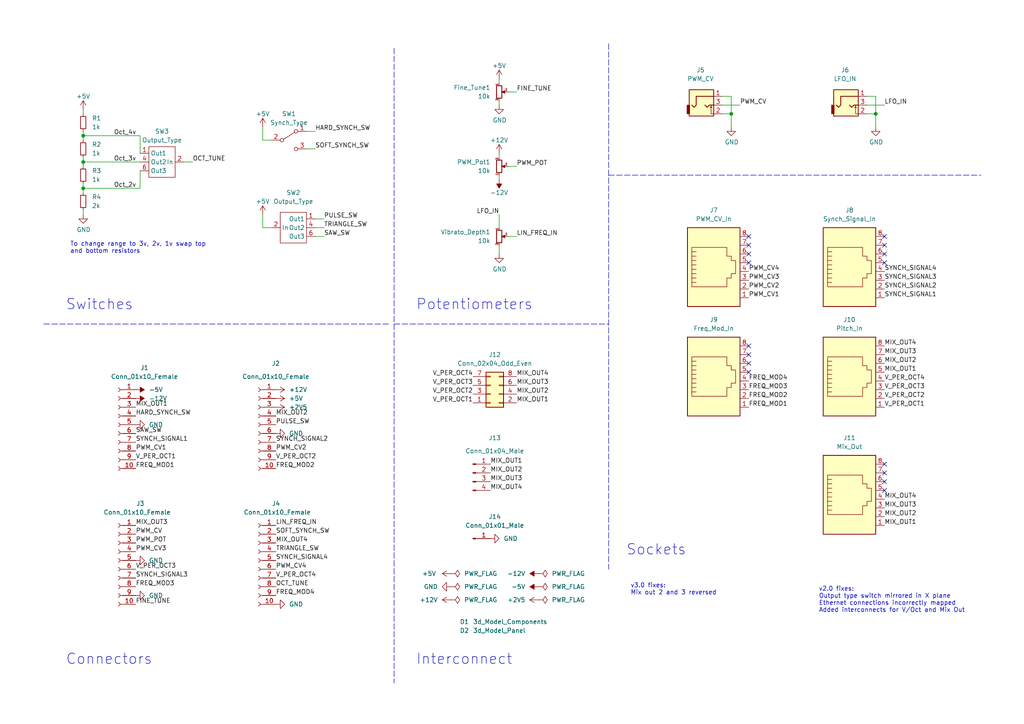
<source format=kicad_sch>
(kicad_sch (version 20211123) (generator eeschema)
  (paper "A4")
  (title_block (title "Quadraphone Controls") (date "2023-03-19") (rev "3.0") (company "Mountjoy Modular"))
  (lib_symbols
    (symbol "Amplifier_Operational:TL071" (pin_names (offset 0.127))
      (property "Reference" "U" (at 0 6.35 0))
      (property "Value" "TL071" (at 0 3.81 0))
      (symbol "TL071_0_1"
        (polyline (pts (xy -5.08 5.08) (xy 5.08 0) (xy -5.08 -5.08) (xy -5.08 5.08)) (stroke (width 0.254)) (fill (type background)))
      )
      (symbol "TL071_1_1"
        (pin input line (at 0 -7.62 90) (length 5.08) (name "NULL") (number "1"))
        (pin input line (at -7.62 -2.54 0) (length 2.54) (name "-") (number "2"))
        (pin input line (at -7.62 2.54 0) (length 2.54) (name "+") (number "3"))
        (pin power_in line (at -2.54 -7.62 90) (length 3.81) (name "V-") (number "4"))
        (pin input line (at 2.54 -7.62 90) (length 6.35) (name "NULL") (number "5"))
        (pin output line (at 7.62 0 180) (length 2.54) (name "~") (number "6"))
        (pin power_in line (at -2.54 7.62 270) (length 3.81) (name "V+") (number "7"))
        (pin no_connect line (at 0 2.54 270) (length 2.54) hide (name "NC") (number "8"))
      )
    )
    (symbol "Connector:Conn_01x01_Male" (pin_names (offset 1.016) hide)
      (property "Reference" "J" (at 0 2.54 0))
      (property "Value" "Conn_01x01_Male" (at 0 -2.54 0))
      (symbol "Conn_01x01_Male_1_1"
        (polyline (pts (xy 1.27 0) (xy 0.8636 0)) (stroke (width 0.1524)))
        (rectangle (start 0.8636 0.127) (end 0 -0.127) (stroke (width 0.1524)) (fill (type outline)))
        (pin passive line (at 5.08 0 180) (length 3.81) (name "Pin_1") (number "1"))
      )
    )
    (symbol "Connector:Conn_01x04_Male" (pin_names (offset 1.016) hide)
      (property "Reference" "J" (at 0 5.08 0))
      (property "Value" "Conn_01x04_Male" (at 0 -7.62 0))
      (symbol "Conn_01x04_Male_1_1"
        (polyline (pts (xy 1.27 -5.08) (xy 0.8636 -5.08)) (stroke (width 0.1524)))
        (polyline (pts (xy 1.27 -2.54) (xy 0.8636 -2.54)) (stroke (width 0.1524)))
        (polyline (pts (xy 1.27 0) (xy 0.8636 0)) (stroke (width 0.1524)))
        (polyline (pts (xy 1.27 2.54) (xy 0.8636 2.54)) (stroke (width 0.1524)))
        (rectangle (start 0.8636 -4.953) (end 0 -5.207) (stroke (width 0.1524)) (fill (type outline)))
        (rectangle (start 0.8636 -2.413) (end 0 -2.667) (stroke (width 0.1524)) (fill (type outline)))
        (rectangle (start 0.8636 0.127) (end 0 -0.127) (stroke (width 0.1524)) (fill (type outline)))
        (rectangle (start 0.8636 2.667) (end 0 2.413) (stroke (width 0.1524)) (fill (type outline)))
        (pin passive line (at 5.08 2.54 180) (length 3.81) (name "Pin_1") (number "1"))
        (pin passive line (at 5.08 0 180) (length 3.81) (name "Pin_2") (number "2"))
        (pin passive line (at 5.08 -2.54 180) (length 3.81) (name "Pin_3") (number "3"))
        (pin passive line (at 5.08 -5.08 180) (length 3.81) (name "Pin_4") (number "4"))
      )
    )
    (symbol "Connector:Conn_01x10_Female" (pin_names (offset 1.016) hide)
      (property "Reference" "J" (at 0 12.7 0))
      (property "Value" "Conn_01x10_Female" (at 0 -15.24 0))
      (symbol "Conn_01x10_Female_1_1"
        (arc (start 0 -12.192) (mid -0.508 -12.7) (end 0 -13.208) (stroke (width 0.1524)))
        (arc (start 0 -9.652) (mid -0.508 -10.16) (end 0 -10.668) (stroke (width 0.1524)))
        (arc (start 0 -7.112) (mid -0.508 -7.62) (end 0 -8.128) (stroke (width 0.1524)))
        (arc (start 0 -4.572) (mid -0.508 -5.08) (end 0 -5.588) (stroke (width 0.1524)))
        (arc (start 0 -2.032) (mid -0.508 -2.54) (end 0 -3.048) (stroke (width 0.1524)))
        (polyline (pts (xy -1.27 -12.7) (xy -0.508 -12.7)) (stroke (width 0.1524)))
        (polyline (pts (xy -1.27 -10.16) (xy -0.508 -10.16)) (stroke (width 0.1524)))
        (polyline (pts (xy -1.27 -7.62) (xy -0.508 -7.62)) (stroke (width 0.1524)))
        (polyline (pts (xy -1.27 -5.08) (xy -0.508 -5.08)) (stroke (width 0.1524)))
        (polyline (pts (xy -1.27 -2.54) (xy -0.508 -2.54)) (stroke (width 0.1524)))
        (polyline (pts (xy -1.27 0) (xy -0.508 0)) (stroke (width 0.1524)))
        (polyline (pts (xy -1.27 2.54) (xy -0.508 2.54)) (stroke (width 0.1524)))
        (polyline (pts (xy -1.27 5.08) (xy -0.508 5.08)) (stroke (width 0.1524)))
        (polyline (pts (xy -1.27 7.62) (xy -0.508 7.62)) (stroke (width 0.1524)))
        (polyline (pts (xy -1.27 10.16) (xy -0.508 10.16)) (stroke (width 0.1524)))
        (arc (start 0 0.508) (mid -0.508 0) (end 0 -0.508) (stroke (width 0.1524)))
        (arc (start 0 3.048) (mid -0.508 2.54) (end 0 2.032) (stroke (width 0.1524)))
        (arc (start 0 5.588) (mid -0.508 5.08) (end 0 4.572) (stroke (width 0.1524)))
        (arc (start 0 8.128) (mid -0.508 7.62) (end 0 7.112) (stroke (width 0.1524)))
        (arc (start 0 10.668) (mid -0.508 10.16) (end 0 9.652) (stroke (width 0.1524)))
        (pin passive line (at -5.08 10.16 0) (length 3.81) (name "Pin_1") (number "1"))
        (pin passive line (at -5.08 -12.7 0) (length 3.81) (name "Pin_10") (number "10"))
        (pin passive line (at -5.08 7.62 0) (length 3.81) (name "Pin_2") (number "2"))
        (pin passive line (at -5.08 5.08 0) (length 3.81) (name "Pin_3") (number "3"))
        (pin passive line (at -5.08 2.54 0) (length 3.81) (name "Pin_4") (number "4"))
        (pin passive line (at -5.08 0 0) (length 3.81) (name "Pin_5") (number "5"))
        (pin passive line (at -5.08 -2.54 0) (length 3.81) (name "Pin_6") (number "6"))
        (pin passive line (at -5.08 -5.08 0) (length 3.81) (name "Pin_7") (number "7"))
        (pin passive line (at -5.08 -7.62 0) (length 3.81) (name "Pin_8") (number "8"))
        (pin passive line (at -5.08 -10.16 0) (length 3.81) (name "Pin_9") (number "9"))
      )
    )
    (symbol "Connector:RJ45" (pin_names (offset 1.016))
      (property "Reference" "J" (at -5.08 13.97 0))
      (property "Value" "RJ45" (at 2.54 13.97 0))
      (symbol "RJ45_0_1"
        (polyline (pts (xy -5.08 4.445) (xy -6.35 4.445)))
        (polyline (pts (xy -5.08 5.715) (xy -6.35 5.715)))
        (polyline (pts (xy -6.35 -3.175) (xy -5.08 -3.175) (xy -5.08 -3.175)))
        (polyline (pts (xy -6.35 -1.905) (xy -5.08 -1.905) (xy -5.08 -1.905)))
        (polyline (pts (xy -6.35 -0.635) (xy -5.08 -0.635) (xy -5.08 -0.635)))
        (polyline (pts (xy -6.35 0.635) (xy -5.08 0.635) (xy -5.08 0.635)))
        (polyline (pts (xy -6.35 1.905) (xy -5.08 1.905) (xy -5.08 1.905)))
        (polyline (pts (xy -5.08 3.175) (xy -6.35 3.175) (xy -6.35 3.175)))
        (polyline (pts (xy -6.35 -4.445) (xy -6.35 6.985) (xy 3.81 6.985) (xy 3.81 4.445) (xy 5.08 4.445) (xy 5.08 3.175) (xy 6.35 3.175) (xy 6.35 -0.635) (xy 5.08 -0.635) (xy 5.08 -1.905) (xy 3.81 -1.905) (xy 3.81 -4.445) (xy -6.35 -4.445) (xy -6.35 -4.445)))
        (rectangle (start 7.62 12.7) (end -7.62 -10.16) (stroke (width 0.254)) (fill (type background)))
      )
      (symbol "RJ45_1_1"
        (pin passive line (at 10.16 -7.62 180) (length 2.54) (name "~") (number "1"))
        (pin passive line (at 10.16 -5.08 180) (length 2.54) (name "~") (number "2"))
        (pin passive line (at 10.16 -2.54 180) (length 2.54) (name "~") (number "3"))
        (pin passive line (at 10.16 0 180) (length 2.54) (name "~") (number "4"))
        (pin passive line (at 10.16 2.54 180) (length 2.54) (name "~") (number "5"))
        (pin passive line (at 10.16 5.08 180) (length 2.54) (name "~") (number "6"))
        (pin passive line (at 10.16 7.62 180) (length 2.54) (name "~") (number "7"))
        (pin passive line (at 10.16 10.16 180) (length 2.54) (name "~") (number "8"))
      )
    )
    (symbol "Connector_Generic:Conn_02x04_Odd_Even" (pin_names (offset 1.016) hide)
      (property "Reference" "J" (at 1.27 5.08 0))
      (property "Value" "Conn_02x04_Odd_Even" (at 1.27 -7.62 0))
      (symbol "Conn_02x04_Odd_Even_1_1"
        (rectangle (start -1.27 -4.953) (end 0 -5.207) (stroke (width 0.1524)))
        (rectangle (start -1.27 -2.413) (end 0 -2.667) (stroke (width 0.1524)))
        (rectangle (start -1.27 0.127) (end 0 -0.127) (stroke (width 0.1524)))
        (rectangle (start -1.27 2.667) (end 0 2.413) (stroke (width 0.1524)))
        (rectangle (start -1.27 3.81) (end 3.81 -6.35) (stroke (width 0.254)) (fill (type background)))
        (rectangle (start 3.81 -4.953) (end 2.54 -5.207) (stroke (width 0.1524)))
        (rectangle (start 3.81 -2.413) (end 2.54 -2.667) (stroke (width 0.1524)))
        (rectangle (start 3.81 0.127) (end 2.54 -0.127) (stroke (width 0.1524)))
        (rectangle (start 3.81 2.667) (end 2.54 2.413) (stroke (width 0.1524)))
        (pin passive line (at -5.08 2.54 0) (length 3.81) (name "Pin_1") (number "1"))
        (pin passive line (at 7.62 2.54 180) (length 3.81) (name "Pin_2") (number "2"))
        (pin passive line (at -5.08 0 0) (length 3.81) (name "Pin_3") (number "3"))
        (pin passive line (at 7.62 0 180) (length 3.81) (name "Pin_4") (number "4"))
        (pin passive line (at -5.08 -2.54 0) (length 3.81) (name "Pin_5") (number "5"))
        (pin passive line (at 7.62 -2.54 180) (length 3.81) (name "Pin_6") (number "6"))
        (pin passive line (at -5.08 -5.08 0) (length 3.81) (name "Pin_7") (number "7"))
        (pin passive line (at 7.62 -5.08 180) (length 3.81) (name "Pin_8") (number "8"))
      )
    )
    (symbol "Custom_Audio:DPDT_Switch"
      (property "Reference" "U" (at 0 5.08 0))
      (property "Value" "DPDT_Switch" (at 0 -6.985 0))
      (symbol "DPDT_Switch_0_1"
        (rectangle (start -3.81 3.175) (end 3.81 -5.715))
      )
      (symbol "DPDT_Switch_1_1"
        (pin passive line (at 6.35 1.27 180) (length 2.54) (name "Out1") (number "1"))
        (pin passive line (at -6.35 -1.27 0) (length 2.54) (name "In") (number "2"))
        (pin passive line (at -6.35 -3.81 0) (length 2.54) hide (name "Pin3") (number "3"))
        (pin passive line (at 6.35 -1.27 180) (length 2.54) (name "Out2") (number "4"))
        (pin passive line (at -6.35 -3.81 0) (length 2.54) hide (name "Pin5") (number "5"))
        (pin passive line (at 6.35 -3.81 180) (length 2.54) (name "Out3") (number "6"))
      )
    )
    (symbol "Device:R_Potentiometer_Small" (pin_names (offset 1.016) hide)
      (property "Reference" "RV" (at -4.445 0 90))
      (property "Value" "R_Potentiometer_Small" (at -2.54 0 90))
      (symbol "R_Potentiometer_Small_0_1"
        (polyline (pts (xy 0.889 0) (xy 0.635 0) (xy 1.651 0.381) (xy 1.651 -0.381) (xy 0.635 0) (xy 0.889 0)) (fill (type outline)))
        (rectangle (start 0.762 1.8034) (end -0.762 -1.8034) (stroke (width 0.254)))
      )
      (symbol "R_Potentiometer_Small_1_1"
        (pin passive line (at 0 2.54 270) (length 0.635) (name "1") (number "1"))
        (pin passive line (at 2.54 0 180) (length 0.9906) (name "2") (number "2"))
        (pin passive line (at 0 -2.54 90) (length 0.635) (name "3") (number "3"))
      )
    )
    (symbol "Device:R_Small" (pin_numbers hide) (pin_names (offset 0.254) hide)
      (property "Reference" "R" (at 0.762 0.508 0))
      (property "Value" "R_Small" (at 0.762 -1.016 0))
      (symbol "R_Small_0_1"
        (rectangle (start -0.762 1.778) (end 0.762 -1.778) (stroke (width 0.2032)))
      )
      (symbol "R_Small_1_1"
        (pin passive line (at 0 2.54 270) (length 0.762) (name "~") (number "1"))
        (pin passive line (at 0 -2.54 90) (length 0.762) (name "~") (number "2"))
      )
    )
    (symbol "Mountjoy:3d_Model_Dummy"
      (property "Reference" "D" (at 0 0 0))
      (property "Value" "3d_Model_Dummy" (at 0 0 0))
    )
    (symbol "Switch:SW_SPDT" (pin_names (offset 0) hide)
      (property "Reference" "SW" (at 0 4.318 0))
      (property "Value" "SW_SPDT" (at 0 -5.08 0))
      (symbol "SW_SPDT_0_0"
        (circle (center -2.032 0) (radius 0.508))
        (circle (center 2.032 -2.54) (radius 0.508))
      )
      (symbol "SW_SPDT_0_1"
        (polyline (pts (xy -1.524 0.254) (xy 1.651 2.286)))
        (circle (center 2.032 2.54) (radius 0.508))
      )
      (symbol "SW_SPDT_1_1"
        (pin passive line (at 5.08 2.54 180) (length 2.54) (name "A") (number "1"))
        (pin passive line (at -5.08 0 0) (length 2.54) (name "B") (number "2"))
        (pin passive line (at 5.08 -2.54 180) (length 2.54) (name "C") (number "3"))
      )
    )
    (symbol "power:+12V" (power) (pin_names (offset 0))
      (property "Value" "+12V" (at 0 3.556 0))
      (symbol "+12V_0_1"
        (polyline (pts (xy -0.762 1.27) (xy 0 2.54)))
        (polyline (pts (xy 0 0) (xy 0 2.54)))
        (polyline (pts (xy 0 2.54) (xy 0.762 1.27)))
      )
      (symbol "+12V_1_1"
        (pin power_in line (at 0 0 90) (length 0) hide (name "+12V") (number "1"))
      )
    )
    (symbol "power:+2V5" (power) (pin_names (offset 0))
      (property "Value" "+2V5" (at 0 3.556 0))
      (symbol "+2V5_0_1"
        (polyline (pts (xy -0.762 1.27) (xy 0 2.54)))
        (polyline (pts (xy 0 0) (xy 0 2.54)))
        (polyline (pts (xy 0 2.54) (xy 0.762 1.27)))
      )
      (symbol "+2V5_1_1"
        (pin power_in line (at 0 0 90) (length 0) hide (name "+2V5") (number "1"))
      )
    )
    (symbol "power:+5V" (power) (pin_names (offset 0))
      (property "Value" "+5V" (at 0 3.556 0))
      (symbol "+5V_0_1"
        (polyline (pts (xy -0.762 1.27) (xy 0 2.54)))
        (polyline (pts (xy 0 0) (xy 0 2.54)))
        (polyline (pts (xy 0 2.54) (xy 0.762 1.27)))
      )
      (symbol "+5V_1_1"
        (pin power_in line (at 0 0 90) (length 0) hide (name "+5V") (number "1"))
      )
    )
    (symbol "power:-12V" (power) (pin_names (offset 0))
      (property "Value" "-12V" (at 0 3.81 0))
      (symbol "-12V_0_0"
        (pin power_in line (at 0 0 90) (length 0) hide (name "-12V") (number "1"))
      )
      (symbol "-12V_0_1"
        (polyline (pts (xy 0 0) (xy 0 1.27) (xy 0.762 1.27) (xy 0 2.54) (xy -0.762 1.27) (xy 0 1.27)) (fill (type outline)))
      )
    )
    (symbol "power:-5V" (power) (pin_names (offset 0))
      (property "Value" "-5V" (at 0 3.81 0))
      (symbol "-5V_0_0"
        (pin power_in line (at 0 0 90) (length 0) hide (name "-5V") (number "1"))
      )
      (symbol "-5V_0_1"
        (polyline (pts (xy 0 0) (xy 0 1.27) (xy 0.762 1.27) (xy 0 2.54) (xy -0.762 1.27) (xy 0 1.27)) (fill (type outline)))
      )
    )
    (symbol "power:GND" (power) (pin_names (offset 0))
      (property "Value" "GND" (at 0 -3.81 0))
      (symbol "GND_0_1"
        (polyline (pts (xy 0 0) (xy 0 -1.27) (xy 1.27 -1.27) (xy 0 -2.54) (xy -1.27 -1.27) (xy 0 -1.27)))
      )
      (symbol "GND_1_1"
        (pin power_in line (at 0 0 270) (length 0) hide (name "GND") (number "1"))
      )
    )
    (symbol "power:PWR_FLAG" (power) (pin_numbers hide) (pin_names (offset 0) hide)
      (property "Value" "PWR_FLAG" (at 0 3.81 0))
      (symbol "PWR_FLAG_0_0"
        (pin power_out line (at 0 0 90) (length 0) (name "pwr") (number "1"))
      )
      (symbol "PWR_FLAG_0_1"
        (polyline (pts (xy 0 0) (xy 0 1.27) (xy -1.016 1.905) (xy 0 2.54) (xy 1.016 1.905) (xy 0 1.27)))
      )
    )
    (symbol "thonkiconn:AudioJack2_Ground_Switch" (pin_names (offset 1.016))
      (property "Reference" "J" (at 0 8.89 0))
      (property "Value" "AudioJack2_Ground_Switch" (at 0 6.35 0))
      (symbol "AudioJack2_Ground_Switch_0_1"
        (rectangle (start -4.445 -2.54) (end -5.207 0) (fill (type outline)))
        (polyline (pts (xy 1.778 -0.254) (xy 2.032 -0.762)))
        (polyline (pts (xy 0 0) (xy 0.635 -0.635) (xy 1.27 0) (xy 2.54 0)) (stroke (width 0.254)))
        (polyline (pts (xy 2.54 -2.54) (xy 1.778 -2.54) (xy 1.778 -0.254) (xy 1.524 -0.762)))
        (polyline (pts (xy 2.54 2.54) (xy -2.54 2.54) (xy -2.54 0) (xy -3.175 -0.635) (xy -3.81 0)) (stroke (width 0.254)))
        (rectangle (start 2.54 -3.175) (end -4.572 4.445) (stroke (width 0.254)) (fill (type background)))
      )
      (symbol "AudioJack2_Ground_Switch_1_1"
        (pin passive line (at 5.08 2.54 180) (length 2.54) (name "~") (number "1"))
        (pin passive line (at 5.08 -2.54 180) (length 2.54) (name "~") (number "2"))
        (pin passive line (at 5.08 0 180) (length 2.54) (name "~") (number "3"))
      )
    )
  )
  (junction (at 24.13 46.99))
  (junction (at -36.83 90.17))
  (junction (at -76.2 87.63))
  (junction (at 212.09 33.02))
  (junction (at 24.13 54.61))
  (junction (at 24.13 39.37))
  (junction (at -76.2 96.52))
  (junction (at 254 33.02))
  (no_connect (at 217.17 100.33))
  (no_connect (at 217.17 68.58))
  (no_connect (at 217.17 76.2))
  (no_connect (at 256.54 73.66))
  (no_connect (at 256.54 139.7))
  (no_connect (at 256.54 134.62))
  (no_connect (at 217.17 105.41))
  (no_connect (at 256.54 71.12))
  (no_connect (at 217.17 102.87))
  (no_connect (at -45.72 97.79))
  (no_connect (at 256.54 137.16))
  (no_connect (at 217.17 107.95))
  (no_connect (at -43.18 97.79))
  (no_connect (at 256.54 76.2))
  (no_connect (at 217.17 71.12))
  (no_connect (at 256.54 142.24))
  (no_connect (at 256.54 68.58))
  (no_connect (at 217.17 73.66))
  (wire (pts (xy 76.2 36.83) (xy 76.2 40.64)))
  (wire (pts (xy -53.34 92.71) (xy -55.88 92.71)))
  (wire (pts (xy 24.13 53.34) (xy 24.13 54.61)))
  (wire (pts (xy 209.55 33.02) (xy 212.09 33.02)))
  (wire (pts (xy -80.01 87.63) (xy -76.2 87.63)))
  (wire (pts (xy 144.78 44.45) (xy 144.78 45.72)))
  (wire (pts (xy 76.2 66.04) (xy 78.74 66.04)))
  (wire (pts (xy 24.13 39.37) (xy 24.13 40.64)))
  (wire (pts (xy 24.13 38.1) (xy 24.13 39.37)))
  (wire (pts (xy -76.2 87.63) (xy -76.2 90.17)))
  (wire (pts (xy 209.55 27.94) (xy 212.09 27.94)))
  (wire (pts (xy 212.09 33.02) (xy 212.09 36.83)))
  (wire (pts (xy -36.83 90.17) (xy -36.83 104.14)))
  (wire (pts (xy 40.64 49.53) (xy 40.64 54.61)))
  (wire (pts (xy 24.13 46.99) (xy 40.64 46.99)))
  (wire (pts (xy 147.32 26.67) (xy 149.86 26.67)))
  (wire (pts (xy 91.44 66.04) (xy 93.98 66.04)))
  (polyline (pts (xy 114.3 93.98) (xy 176.53 93.98)))
  (wire (pts (xy -76.2 87.63) (xy -68.58 87.63)))
  (wire (pts (xy 144.78 71.12) (xy 144.78 73.66)))
  (wire (pts (xy -55.88 92.71) (xy -55.88 104.14)))
  (wire (pts (xy 24.13 46.99) (xy 24.13 48.26)))
  (wire (pts (xy 88.9 43.18) (xy 91.44 43.18)))
  (wire (pts (xy -36.83 90.17) (xy -31.75 90.17)))
  (wire (pts (xy -82.55 90.17) (xy -82.55 89.535)))
  (wire (pts (xy 76.2 62.23) (xy 76.2 66.04)))
  (wire (pts (xy 251.46 27.94) (xy 254 27.94)))
  (wire (pts (xy 147.32 48.26) (xy 149.86 48.26)))
  (wire (pts (xy 144.78 50.8) (xy 144.78 52.07)))
  (wire (pts (xy 24.13 54.61) (xy 24.13 55.88)))
  (wire (pts (xy 24.13 62.23) (xy 24.13 60.96)))
  (wire (pts (xy 24.13 54.61) (xy 40.64 54.61)))
  (wire (pts (xy -76.2 104.14) (xy -76.2 102.87)))
  (wire (pts (xy 147.32 68.58) (xy 149.86 68.58)))
  (polyline (pts (xy 176.53 50.8) (xy 284.48 50.8)))
  (wire (pts (xy -76.2 96.52) (xy -68.58 96.52)))
  (wire (pts (xy 251.46 33.02) (xy 254 33.02)))
  (wire (pts (xy 88.9 38.1) (xy 91.44 38.1)))
  (wire (pts (xy 209.55 30.48) (xy 214.63 30.48)))
  (wire (pts (xy -76.2 95.25) (xy -76.2 96.52)))
  (wire (pts (xy 24.13 45.72) (xy 24.13 46.99)))
  (wire (pts (xy -55.88 104.14) (xy -36.83 104.14)))
  (wire (pts (xy 212.09 27.94) (xy 212.09 33.02)))
  (wire (pts (xy 254 27.94) (xy 254 33.02)))
  (wire (pts (xy 251.46 30.48) (xy 256.54 30.48)))
  (wire (pts (xy 91.44 68.58) (xy 93.98 68.58)))
  (wire (pts (xy 144.78 62.23) (xy 144.78 66.04)))
  (wire (pts (xy 254 33.02) (xy 254 36.83)))
  (wire (pts (xy 40.64 39.37) (xy 40.64 44.45)))
  (wire (pts (xy 144.78 30.48) (xy 144.78 29.21)))
  (polyline (pts (xy 12.7 93.98) (xy 113.03 93.98)))
  (wire (pts (xy -76.2 96.52) (xy -76.2 97.79)))
  (wire (pts (xy 24.13 31.75) (xy 24.13 33.02)))
  (wire (pts (xy -38.1 90.17) (xy -36.83 90.17)))
  (wire (pts (xy 24.13 39.37) (xy 40.64 39.37)))
  (wire (pts (xy 53.34 46.99) (xy 55.88 46.99)))
  (wire (pts (xy 91.44 63.5) (xy 93.98 63.5)))
  (polyline (pts (xy 176.53 12.7) (xy 176.53 165.1)))
  (wire (pts (xy 144.78 22.86) (xy 144.78 24.13)))
  (wire (pts (xy 76.2 40.64) (xy 78.74 40.64)))
  (polyline (pts (xy 114.3 13.97) (xy 114.3 198.12)))
  (text "Connectors" (at 19.05 193.04 0) (effects (font (size 3 3)) (justify left bottom)))
  (text "Potentiometers" (at 120.65 90.17 0) (effects (font (size 3 3)) (justify left bottom)))
  (text "v2.0 fixes:\nOutput type switch mirrored in X plane\nEthernet connections incorrectly mapped\nAdded interconnects for V/Oct and Mix Out" (at 237.49 177.8 0) (effects (font (size 1.27 1.27)) (justify left bottom)))
  (text "v3.0 fixes:\nMix out 2 and 3 reversed" (at 182.88 172.72 0) (effects (font (size 1.27 1.27)) (justify left bottom)))
  (text "To change range to 3v, 2v, 1v swap top \nand bottom resistors" (at 20.32 73.66 0) (effects (font (size 1.27 1.27)) (justify left bottom)))
  (text "Sockets" (at 181.61 161.29 0) (effects (font (size 3 3)) (justify left bottom)))
  (text "Switches" (at 19.05 90.17 0) (effects (font (size 3 3)) (justify left bottom)))
  (text "Interconnect" (at 120.65 193.04 0) (effects (font (size 3 3)) (justify left bottom)))
  (label "Oct_4v" (at 33.02 39.37 0))
  (label "V_PER_OCT3" (at 39.37 165.1 0))
  (label "LFO_IN" (at 256.54 30.48 0))
  (label "V_PER_OCT1" (at 39.37 133.35 0))
  (label "Oct_2v" (at 33.02 54.61 0))
  (label "V_PER_OCT4" (at 256.54 110.49 0))
  (label "FREQ_MOD1" (at 39.37 135.89 0))
  (label "MIX_OUT2" (at 80.01 120.65 0))
  (label "V_PER_OCT2" (at 256.54 115.57 0))
  (label "PWM_POT" (at 39.37 157.48 0))
  (label "V_PER_OCT4" (at 137.16 109.22 180))
  (label "MIX_OUT3" (at 256.54 147.32 0))
  (label "MIX_OUT3" (at 256.54 102.87 0))
  (label "V_PER_OCT1" (at 256.54 118.11 0))
  (label "2V" (at -68.58 87.63 0))
  (label "LFO_IN" (at 144.78 62.23 180))
  (label "PWM_CV2" (at 80.01 130.81 0))
  (label "FREQ_MOD3" (at 217.17 113.03 0))
  (label "SYNCH_SIGNAL3" (at 256.54 81.28 0))
  (label "V_PER_OCT4" (at 80.01 167.64 0))
  (label "OCT_TUNE" (at 80.01 170.18 0))
  (label "V_PER_OCT1" (at 137.16 116.84 180))
  (label "FREQ_MOD3" (at 39.37 170.18 0))
  (label "MIX_OUT3" (at 39.37 152.4 0))
  (label "PWM_CV2" (at 217.17 83.82 0))
  (label "PULSE_SW" (at 93.98 63.5 0))
  (label "FREQ_MOD1" (at 217.17 118.11 0))
  (label "TRIANGLE_SW" (at 80.01 160.02 0))
  (label "MIX_OUT4" (at 80.01 157.48 0))
  (label "SYNCH_SIGNAL4" (at 80.01 162.56 0))
  (label "MIX_OUT1" (at 256.54 107.95 0))
  (label "SW_OUT" (at -53.34 87.63 180))
  (label "PWM_CV1" (at 217.17 86.36 0))
  (label "V_PER_OCT2" (at 80.01 133.35 0))
  (label "PWM_CV4" (at 80.01 165.1 0))
  (label "HARD_SYNCH_SW" (at 39.37 120.65 0))
  (label "MIX_OUT2" (at 256.54 149.86 0))
  (label "PWM_CV" (at 214.63 30.48 0))
  (label "V_PER_OCT3" (at 137.16 111.76 180))
  (label "SYNCH_SIGNAL4" (at 256.54 78.74 0))
  (label "MIX_OUT3" (at 142.24 139.7 0))
  (label "MIX_OUT1" (at 149.86 116.84 0))
  (label "MIX_OUT1" (at 39.37 118.11 0))
  (label "MIX_OUT2" (at 149.86 114.3 0))
  (label "FREQ_MOD2" (at 217.17 115.57 0))
  (label "1V" (at -68.58 96.52 0))
  (label "FREQ_MOD4" (at 217.17 110.49 0))
  (label "SOFT_SYNCH_SW" (at 80.01 154.94 0))
  (label "MIX_OUT1" (at 142.24 134.62 0))
  (label "MIX_OUT2" (at 142.24 137.16 0))
  (label "SAW_SW" (at 39.37 125.73 0))
  (label "MIX_OUT4" (at 142.24 142.24 0))
  (label "FINE_TUNE" (at 39.37 175.26 0))
  (label "MIX_OUT4" (at 256.54 100.33 0))
  (label "MIX_OUT3" (at 149.86 111.76 0))
  (label "SYNCH_SIGNAL2" (at 80.01 128.27 0))
  (label "SYNCH_SIGNAL3" (at 39.37 167.64 0))
  (label "MIX_OUT4" (at 256.54 144.78 0))
  (label "PWM_CV" (at 39.37 154.94 0))
  (label "LIN_FREQ_IN" (at 149.86 68.58 0))
  (label "MIX_OUT4" (at 149.86 109.22 0))
  (label "HARD_SYNCH_SW" (at 91.44 38.1 0))
  (label "PWM_CV4" (at 217.17 78.74 0))
  (label "PWM_CV3" (at 39.37 160.02 0))
  (label "PWM_POT" (at 149.86 48.26 0))
  (label "SOFT_SYNCH_SW" (at 91.44 43.18 0))
  (label "SYNCH_SIGNAL2" (at 256.54 83.82 0))
  (label "FINE_TUNE" (at 149.86 26.67 0))
  (label "V_PER_OCT3" (at 256.54 113.03 0))
  (label "V_PER_OCT2" (at 137.16 114.3 180))
  (label "TRIANGLE_SW" (at 93.98 66.04 0))
  (label "MIX_OUT1" (at 256.54 152.4 0))
  (label "PWM_CV3" (at 217.17 81.28 0))
  (label "PWM_CV1" (at 39.37 130.81 0))
  (label "SAW_SW" (at 93.98 68.58 0))
  (label "LIN_FREQ_IN" (at 80.01 152.4 0))
  (label "SYNCH_SIGNAL1" (at 256.54 86.36 0))
  (label "FREQ_MOD4" (at 80.01 172.72 0))
  (label "FREQ_MOD2" (at 80.01 135.89 0))
  (label "PULSE_SW" (at 80.01 123.19 0))
  (label "SYNCH_SIGNAL1" (at 39.37 128.27 0))
  (label "OCT_TUNE" (at -31.75 90.17 0))
  (label "Oct_3v" (at 33.02 46.99 0))
  (label "MIX_OUT2" (at 256.54 105.41 0))
  (label "OCT_TUNE" (at 55.88 46.99 0))
  (symbol (lib_id "thonkiconn:AudioJack2_Ground_Switch") (at 204.47 30.48 0) (unit 1)
    (property "Reference" "J5" (at 203.2 20.32 0))
    (property "Value" "PWM_CV" (at 203.2 22.86 0))
    (property "Footprint" "Custom_Footprints:THONKICONN_hole" (effects hide))
  )
  (symbol (lib_id "Connector:Conn_01x01_Male") (at 137.16 156.21 0) (unit 1)
    (property "Reference" "J14" (at 143.51 149.86 0))
    (property "Value" "Conn_01x01_Male" (at 143.51 152.4 0))
    (property "Footprint" "Connector_PinHeader_2.54mm:PinHeader_1x01_P2.54mm_Vertical" (effects hide))
  )
  (symbol (lib_id "power:+5V") (at 24.13 31.75 0) (unit 1)
    (property "Reference" "#PWR011" (effects hide))
    (property "Value" "+5V" (at 24.13 27.94 0))
  )
  (symbol (lib_id "power:PWR_FLAG") (at 156.21 173.99 270) (unit 1)
    (property "Reference" "#FLG0106" (effects hide))
    (property "Value" "PWR_FLAG" (at 160.02 173.9899 90) (effects (justify left)))
  )
  (symbol (lib_id "Connector:Conn_01x10_Female") (at 34.29 162.56 0) (mirror y) (unit 1)
    (property "Reference" "J3" (at 41.91 146.05 0) (effects (justify left)))
    (property "Value" "Conn_01x10_Female" (at 49.53 148.59 0) (effects (justify left)))
    (property "Footprint" "Connector_PinSocket_2.54mm:PinSocket_1x10_P2.54mm_Vertical" (effects hide))
  )
  (symbol (lib_id "Connector:RJ45") (at 207.01 110.49 0) (unit 1)
    (property "Reference" "J9" (at 207.01 92.71 0))
    (property "Value" "Freq_Mod_In" (at 207.01 95.25 0))
    (property "Footprint" "Custom_Footprints:RJ45_Molex_42878-8506" (effects hide))
  )
  (symbol (lib_id "power:PWR_FLAG") (at 130.81 170.18 270) (unit 1)
    (property "Reference" "#FLG0102" (effects hide))
    (property "Value" "PWR_FLAG" (at 134.62 170.1799 90) (effects (justify left)))
  )
  (symbol (lib_id "Device:R_Potentiometer_Small") (at 144.78 68.58 0) (unit 1)
    (property "Reference" "Vibrato_Depth1" (at 142.24 67.3099 0) (effects (justify right)))
    (property "Value" "10k" (at 142.24 69.8499 0) (effects (justify right)))
    (property "Footprint" "Custom_Footprints:Alpha_9mm_Potentiometer_Aligned" (effects hide))
  )
  (symbol (lib_id "Connector:Conn_01x10_Female") (at 74.93 123.19 0) (mirror y) (unit 1)
    (property "Reference" "J2" (at 80.01 105.41 0))
    (property "Value" "Conn_01x10_Female" (at 80.01 109.22 0))
    (property "Footprint" "Connector_PinSocket_2.54mm:PinSocket_1x10_P2.54mm_Vertical" (effects hide))
  )
  (symbol (lib_id "power:+12V") (at 144.78 44.45 0) (mirror y) (unit 1)
    (property "Reference" "#PWR017" (effects hide))
    (property "Value" "+12V" (at 144.78 40.64 0))
  )
  (symbol (lib_id "power:PWR_FLAG") (at 130.81 166.37 270) (unit 1)
    (property "Reference" "#FLG0103" (effects hide))
    (property "Value" "PWR_FLAG" (at 134.62 166.3699 90) (effects (justify left)))
  )
  (symbol (lib_id "power:GND") (at 144.78 30.48 0) (unit 1)
    (property "Reference" "#PWR010" (effects hide))
    (property "Value" "GND" (at 144.907 34.8742 0))
  )
  (symbol (lib_id "Connector:Conn_01x10_Female") (at 74.93 162.56 0) (mirror y) (unit 1)
    (property "Reference" "J4" (at 81.28 146.05 0) (effects (justify left)))
    (property "Value" "Conn_01x10_Female" (at 90.17 148.59 0) (effects (justify left)))
    (property "Footprint" "Connector_PinSocket_2.54mm:PinSocket_1x10_P2.54mm_Vertical" (effects hide))
  )
  (symbol (lib_id "power:GND") (at 254 36.83 0) (unit 1)
    (property "Reference" "#PWR021" (effects hide))
    (property "Value" "GND" (at 254.127 41.2242 0))
  )
  (symbol (lib_id "power:GND") (at 39.37 162.56 90) (unit 1)
    (property "Reference" "#PWR014" (effects hide))
    (property "Value" "GND" (at 43.18 162.5599 90) (effects (justify right)))
  )
  (symbol (lib_id "power:GND") (at 39.37 172.72 90) (unit 1)
    (property "Reference" "#PWR015" (effects hide))
    (property "Value" "GND" (at 43.18 172.7199 90) (effects (justify right)))
  )
  (symbol (lib_id "power:PWR_FLAG") (at 156.21 170.18 270) (unit 1)
    (property "Reference" "#FLG0105" (effects hide))
    (property "Value" "PWR_FLAG" (at 160.02 170.1799 90) (effects (justify left)))
  )
  (symbol (lib_id "power:GND") (at 39.37 123.19 90) (unit 1)
    (property "Reference" "#PWR06" (effects hide))
    (property "Value" "GND" (at 43.18 123.1899 90) (effects (justify right)))
  )
  (symbol (lib_id "power:-12V") (at -48.26 97.79 180) (unit 1)
    (property "Reference" "#PWR?" (effects hide))
    (property "Value" "-12V" (at -48.26 101.6 0))
  )
  (symbol (lib_id "power:PWR_FLAG") (at 156.21 166.37 270) (unit 1)
    (property "Reference" "#FLG0104" (effects hide))
    (property "Value" "PWR_FLAG" (at 160.02 166.3699 90) (effects (justify left)))
  )
  (symbol (lib_id "Connector:RJ45") (at 246.38 78.74 0) (unit 1)
    (property "Reference" "J8" (at 246.38 60.96 0))
    (property "Value" "Synch_Signal_In" (at 246.38 63.5 0))
    (property "Footprint" "Custom_Footprints:RJ45_Molex_42878-8506" (effects hide))
  )
  (symbol (lib_id "power:+5V") (at 76.2 62.23 0) (unit 1)
    (property "Reference" "#PWR012" (effects hide))
    (property "Value" "+5V" (at 76.2 58.42 0))
  )
  (symbol (lib_id "power:-5V") (at 39.37 113.03 270) (unit 1)
    (property "Reference" "#PWR01" (effects hide))
    (property "Value" "-5V" (at 43.18 113.0299 90) (effects (justify left)))
  )
  (symbol (lib_id "power:GND") (at 24.13 62.23 0) (unit 1)
    (property "Reference" "#PWR013" (effects hide))
    (property "Value" "GND" (at 24.257 66.6242 0))
  )
  (symbol (lib_id "Connector:Conn_01x10_Female") (at 34.29 123.19 0) (mirror y) (unit 1)
    (property "Reference" "J1" (at 41.91 106.68 0))
    (property "Value" "Conn_01x10_Female" (at 41.91 109.22 0))
    (property "Footprint" "Connector_PinSocket_2.54mm:PinSocket_1x10_P2.54mm_Vertical" (effects hide))
  )
  (symbol (lib_id "power:+2V5") (at 156.21 173.99 90) (unit 1)
    (property "Reference" "#PWR0107" (effects hide))
    (property "Value" "+2V5" (at 152.4 173.9899 90) (effects (justify left)))
  )
  (symbol (lib_id "Device:R_Small") (at 24.13 43.18 0) (unit 1)
    (property "Reference" "R2" (at 26.67 41.9099 0) (effects (justify left)))
    (property "Value" "1k" (at 26.67 44.4499 0) (effects (justify left)))
    (property "Footprint" "Resistor_SMD:R_0805_2012Metric" (effects hide))
  )
  (symbol (lib_id "Device:R_Small") (at 24.13 35.56 0) (unit 1)
    (property "Reference" "R1" (at 26.67 34.2899 0) (effects (justify left)))
    (property "Value" "1k" (at 26.67 36.8299 0) (effects (justify left)))
    (property "Footprint" "Resistor_SMD:R_0805_2012Metric" (effects hide))
  )
  (symbol (lib_id "Device:R_Potentiometer_Small") (at 144.78 26.67 0) (unit 1)
    (property "Reference" "Fine_Tune1" (at 142.24 25.3999 0) (effects (justify right)))
    (property "Value" "10k" (at 142.24 27.9399 0) (effects (justify right)))
    (property "Footprint" "Custom_Footprints:Alpha_9mm_Potentiometer_Aligned" (effects hide))
  )
  (symbol (lib_id "Mountjoy:3d_Model_Dummy") (at 142.24 184.15 0) (unit 1)
    (property "Reference" "D2" (at 133.35 182.88 0) (effects (justify left)))
    (property "Value" "3d_Model_Panel" (at 137.16 182.88 0) (effects (justify left)))
    (property "Footprint" "Custom_Footprints:3D_Dummy" (effects hide))
  )
  (symbol (lib_id "Device:R_Potentiometer_Small") (at -82.55 87.63 0) (unit 1)
    (property "Reference" "Fine_Tune?" (at -83.185 86.3599 0) (effects (justify right)))
    (property "Value" "2k" (at -83.185 88.8999 0) (effects (justify right)))
    (property "Footprint" "Custom_Footprints:Alpha_9mm_Potentiometer_Aligned" (effects hide))
  )
  (symbol (lib_id "Device:R_Small") (at -76.2 100.33 0) (unit 1)
    (property "Reference" "R?" (at -73.66 99.0599 0) (effects (justify left)))
    (property "Value" "1k" (at -73.66 101.5999 0) (effects (justify left)))
    (property "Footprint" "Resistor_SMD:R_0805_2012Metric" (effects hide))
  )
  (symbol (lib_id "power:+12V") (at 130.81 173.99 90) (mirror x) (unit 1)
    (property "Reference" "#PWR0104" (effects hide))
    (property "Value" "+12V" (at 127 173.9899 90) (effects (justify left)))
  )
  (symbol (lib_id "power:GND") (at -76.2 104.14 0) (unit 1)
    (property "Reference" "#PWR?" (effects hide))
    (property "Value" "GND" (at -76.073 108.5342 0))
  )
  (symbol (lib_id "power:-12V") (at 144.78 52.07 180) (unit 1)
    (property "Reference" "#PWR018" (effects hide))
    (property "Value" "-12V" (at 144.78 55.88 0))
  )
  (symbol (lib_id "power:GND") (at 144.78 73.66 0) (unit 1)
    (property "Reference" "#PWR019" (effects hide))
    (property "Value" "GND" (at 144.907 78.0542 0))
  )
  (symbol (lib_id "power:GND") (at -82.55 89.535 0) (unit 1)
    (property "Reference" "#PWR?" (effects hide))
    (property "Value" "GND" (at -82.423 93.9292 0))
  )
  (symbol (lib_id "power:GND") (at 80.01 125.73 90) (unit 1)
    (property "Reference" "#PWR09" (effects hide))
    (property "Value" "GND" (at 83.82 125.7299 90) (effects (justify right)))
  )
  (symbol (lib_id "Connector:RJ45") (at 246.38 144.78 0) (unit 1)
    (property "Reference" "J11" (at 246.38 127 0))
    (property "Value" "Mix_Out" (at 246.38 129.54 0))
    (property "Footprint" "Custom_Footprints:RJ45_Molex_42878-8506" (effects hide))
  )
  (symbol (lib_id "Connector:Conn_01x04_Male") (at 137.16 137.16 0) (unit 1)
    (property "Reference" "J13" (at 143.51 127 0))
    (property "Value" "Conn_01x04_Male" (at 143.51 130.81 0))
    (property "Footprint" "Connector_PinHeader_2.54mm:PinHeader_1x04_P2.54mm_Vertical" (effects hide))
  )
  (symbol (lib_id "power:+5V") (at 144.78 22.86 0) (unit 1)
    (property "Reference" "#PWR0101" (effects hide))
    (property "Value" "+5V" (at 144.78 19.05 0))
  )
  (symbol (lib_id "power:-5V") (at 156.21 170.18 90) (unit 1)
    (property "Reference" "#PWR0105" (effects hide))
    (property "Value" "-5V" (at 152.4 170.1801 90) (effects (justify left)))
  )
  (symbol (lib_id "power:GND") (at 80.01 175.26 90) (unit 1)
    (property "Reference" "#PWR016" (effects hide))
    (property "Value" "GND" (at 83.82 175.2599 90) (effects (justify right)))
  )
  (symbol (lib_id "Custom_Audio:DPDT_Switch") (at 85.09 64.77 0) (unit 1)
    (property "Reference" "SW2" (at 85.09 55.88 0))
    (property "Value" "Output_Type" (at 85.09 58.42 0))
    (property "Footprint" "Custom_Footprints:100DP6T1B1M2QE_ON_ON_ON" (effects hide))
  )
  (symbol (lib_id "power:+2V5") (at 80.01 118.11 270) (unit 1)
    (property "Reference" "#PWR05" (effects hide))
    (property "Value" "+2V5" (at 83.82 118.1099 90) (effects (justify left)))
  )
  (symbol (lib_id "Device:R_Small") (at -76.2 92.71 0) (unit 1)
    (property "Reference" "R?" (at -73.66 91.4399 0) (effects (justify left)))
    (property "Value" "1k" (at -73.66 93.9799 0) (effects (justify left)))
    (property "Footprint" "Resistor_SMD:R_0805_2012Metric" (effects hide))
  )
  (symbol (lib_id "power:+5V") (at 130.81 166.37 90) (unit 1)
    (property "Reference" "#PWR0103" (effects hide))
    (property "Value" "+5V" (at 124.46 166.37 90))
  )
  (symbol (lib_id "power:+5V") (at -82.55 85.09 0) (unit 1)
    (property "Reference" "#PWR?" (effects hide))
    (property "Value" "+5V" (at -82.55 81.28 0))
  )
  (symbol (lib_id "power:GND") (at 142.24 156.21 90) (unit 1)
    (property "Reference" "#PWR07" (effects hide))
    (property "Value" "GND" (at 146.05 156.2099 90) (effects (justify right)))
  )
  (symbol (lib_id "Connector:RJ45") (at 207.01 78.74 0) (unit 1)
    (property "Reference" "J7" (at 207.01 60.96 0))
    (property "Value" "PWM_CV_In" (at 207.01 63.5 0))
    (property "Footprint" "Custom_Footprints:RJ45_Molex_42878-8506" (effects hide))
  )
  (symbol (lib_id "power:+12V") (at 80.01 113.03 270) (mirror x) (unit 1)
    (property "Reference" "#PWR02" (effects hide))
    (property "Value" "+12V" (at 83.82 113.0299 90) (effects (justify left)))
  )
  (symbol (lib_id "power:PWR_FLAG") (at 130.81 173.99 270) (unit 1)
    (property "Reference" "#FLG0101" (effects hide))
    (property "Value" "PWR_FLAG" (at 134.62 173.9899 90) (effects (justify left)))
  )
  (symbol (lib_id "thonkiconn:AudioJack2_Ground_Switch") (at 246.38 30.48 0) (unit 1)
    (property "Reference" "J6" (at 245.11 20.32 0))
    (property "Value" "LFO_IN" (at 245.11 22.86 0))
    (property "Footprint" "Custom_Footprints:THONKICONN_hole" (effects hide))
  )
  (symbol (lib_id "power:GND") (at 130.81 170.18 270) (unit 1)
    (property "Reference" "#PWR0102" (effects hide))
    (property "Value" "GND" (at 127 170.1799 90) (effects (justify right)))
  )
  (symbol (lib_id "Custom_Audio:DPDT_Switch") (at 46.99 45.72 0) (mirror y) (unit 1)
    (property "Reference" "SW3" (at 46.99 38.1 0))
    (property "Value" "Output_Type" (at 46.99 40.64 0))
    (property "Footprint" "Custom_Footprints:100DP6T1B1M2QE_ON_ON_ON" (effects hide))
  )
  (symbol (lib_id "power:-12V") (at 39.37 115.57 270) (unit 1)
    (property "Reference" "#PWR03" (effects hide))
    (property "Value" "-12V" (at 43.18 115.5699 90) (effects (justify left)))
  )
  (symbol (lib_id "Switch:SW_SPDT") (at 83.82 40.64 0) (unit 1)
    (property "Reference" "SW1" (at 83.82 33.02 0))
    (property "Value" "Synch_Type" (at 83.82 35.56 0))
    (property "Footprint" "Custom_Footprints:SPDTSubMiniature" (effects hide))
  )
  (symbol (lib_id "Device:R_Potentiometer_Small") (at 144.78 48.26 0) (mirror x) (unit 1)
    (property "Reference" "PWM_Pot1" (at 142.24 46.9899 0) (effects (justify right)))
    (property "Value" "10k" (at 142.24 49.5299 0) (effects (justify right)))
    (property "Footprint" "Custom_Footprints:Alpha_9mm_Potentiometer_Aligned" (effects hide))
  )
  (symbol (lib_id "Amplifier_Operational:TL071") (at -45.72 90.17 0) (unit 1)
    (property "Reference" "U?" (at -35.56 85.471 0))
    (property "Value" "TL071" (at -35.56 88.011 0))
    (property "Datasheet" "http://www.ti.com/lit/ds/symlink/tl071.pdf" (effects hide))
  )
  (symbol (lib_id "power:-12V") (at 156.21 166.37 90) (unit 1)
    (property "Reference" "#PWR0106" (effects hide))
    (property "Value" "-12V" (at 152.4 166.3701 90) (effects (justify left)))
  )
  (symbol (lib_id "Connector_Generic:Conn_02x04_Odd_Even") (at 142.24 114.3 0) (mirror x) (unit 1)
    (property "Reference" "J12" (at 143.51 102.87 0))
    (property "Value" "Conn_02x04_Odd_Even" (at 143.51 105.41 0))
    (property "Footprint" "Connector_PinHeader_2.54mm:PinHeader_2x04_P2.54mm_Vertical" (effects hide))
  )
  (symbol (lib_id "power:+5V") (at 76.2 36.83 0) (unit 1)
    (property "Reference" "#PWR08" (effects hide))
    (property "Value" "+5V" (at 76.2 33.02 0))
  )
  (symbol (lib_id "power:GND") (at 212.09 36.83 0) (unit 1)
    (property "Reference" "#PWR020" (effects hide))
    (property "Value" "GND" (at 212.217 41.2242 0))
  )
  (symbol (lib_id "power:+5V") (at 80.01 115.57 270) (unit 1)
    (property "Reference" "#PWR04" (effects hide))
    (property "Value" "+5V" (at 83.82 115.5699 90) (effects (justify left)))
  )
  (symbol (lib_id "power:+5V") (at -48.26 82.55 0) (unit 1)
    (property "Reference" "#PWR?" (effects hide))
    (property "Value" "+5V" (at -48.26 78.74 0))
  )
  (symbol (lib_id "Connector:RJ45") (at 246.38 110.49 0) (unit 1)
    (property "Reference" "J10" (at 246.38 92.71 0))
    (property "Value" "Pitch_In" (at 246.38 95.25 0))
    (property "Footprint" "Custom_Footprints:RJ45_Molex_42878-8506" (effects hide))
  )
  (symbol (lib_id "Device:R_Small") (at 24.13 50.8 0) (unit 1)
    (property "Reference" "R3" (at 26.67 49.5299 0) (effects (justify left)))
    (property "Value" "1k" (at 26.67 52.0699 0) (effects (justify left)))
    (property "Footprint" "Resistor_SMD:R_0805_2012Metric" (effects hide))
  )
  (symbol (lib_id "Mountjoy:3d_Model_Dummy") (at 142.24 181.61 0) (unit 1)
    (property "Reference" "D1" (at 133.35 180.34 0) (effects (justify left)))
    (property "Value" "3d_Model_Components" (at 137.16 180.34 0) (effects (justify left)))
    (property "Footprint" "Custom_Footprints:3D_Dummy" (effects hide))
  )
  (symbol (lib_id "Device:R_Small") (at 24.13 58.42 0) (unit 1)
    (property "Reference" "R4" (at 26.67 57.1499 0) (effects (justify left)))
    (property "Value" "2k" (at 26.67 59.6899 0) (effects (justify left)))
    (property "Footprint" "Resistor_SMD:R_0805_2012Metric" (effects hide))
  )
)
</source>
